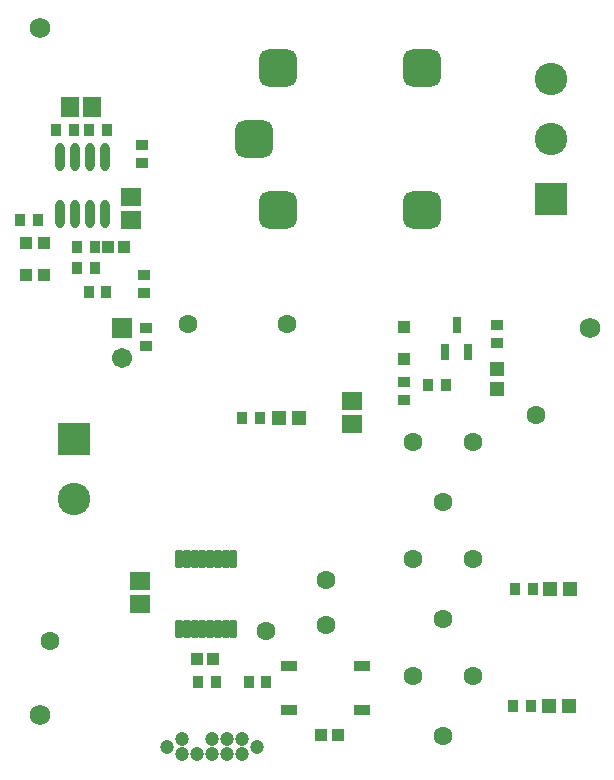
<source format=gts>
G04*
G04 #@! TF.GenerationSoftware,Altium Limited,Altium Designer,21.6.1 (37)*
G04*
G04 Layer_Color=8388736*
%FSLAX25Y25*%
%MOIN*%
G70*
G04*
G04 #@! TF.SameCoordinates,52293247-6156-4BB5-AEA0-72ABDA420298*
G04*
G04*
G04 #@! TF.FilePolarity,Negative*
G04*
G01*
G75*
%ADD23R,0.03556X0.04343*%
%ADD24R,0.05131X0.04737*%
%ADD25R,0.05918X0.06706*%
%ADD26C,0.04737*%
%ADD27R,0.04343X0.04343*%
%ADD28R,0.04343X0.03556*%
%ADD29O,0.03162X0.09461*%
G04:AMPARAMS|DCode=30|XSize=25.72mil|YSize=63.12mil|CornerRadius=5.95mil|HoleSize=0mil|Usage=FLASHONLY|Rotation=180.000|XOffset=0mil|YOffset=0mil|HoleType=Round|Shape=RoundedRectangle|*
%AMROUNDEDRECTD30*
21,1,0.02572,0.05122,0,0,180.0*
21,1,0.01382,0.06312,0,0,180.0*
1,1,0.01190,-0.00691,0.02561*
1,1,0.01190,0.00691,0.02561*
1,1,0.01190,0.00691,-0.02561*
1,1,0.01190,-0.00691,-0.02561*
%
%ADD30ROUNDEDRECTD30*%
%ADD31R,0.06706X0.05918*%
%ADD32R,0.03950X0.04343*%
%ADD33R,0.04737X0.05131*%
%ADD34R,0.03162X0.05328*%
%ADD35R,0.05524X0.03800*%
%ADD36C,0.06312*%
%ADD37R,0.06706X0.06706*%
%ADD38C,0.06706*%
%ADD39C,0.10800*%
%ADD40R,0.10800X0.10800*%
%ADD41C,0.06800*%
G04:AMPARAMS|DCode=42|XSize=126.11mil|YSize=126.11mil|CornerRadius=33.53mil|HoleSize=0mil|Usage=FLASHONLY|Rotation=0.000|XOffset=0mil|YOffset=0mil|HoleType=Round|Shape=RoundedRectangle|*
%AMROUNDEDRECTD42*
21,1,0.12611,0.05906,0,0,0.0*
21,1,0.05906,0.12611,0,0,0.0*
1,1,0.06706,0.02953,-0.02953*
1,1,0.06706,-0.02953,-0.02953*
1,1,0.06706,-0.02953,0.02953*
1,1,0.06706,0.02953,0.02953*
%
%ADD42ROUNDEDRECTD42*%
D23*
X297272Y148000D02*
D03*
X291366D02*
D03*
X292047Y187000D02*
D03*
X297953D02*
D03*
X192224Y156059D02*
D03*
X186319D02*
D03*
X151953Y294000D02*
D03*
X146047D02*
D03*
X150047Y340000D02*
D03*
X151953Y301000D02*
D03*
X146047D02*
D03*
X144953Y340000D02*
D03*
X139047D02*
D03*
X132953Y310000D02*
D03*
X127047D02*
D03*
X155953Y340000D02*
D03*
X268953Y255000D02*
D03*
X263047D02*
D03*
X155861Y286000D02*
D03*
X149956D02*
D03*
X209137Y156059D02*
D03*
X203232D02*
D03*
X206953Y244000D02*
D03*
X201047D02*
D03*
D24*
X310165Y148000D02*
D03*
X303472D02*
D03*
X310347Y187000D02*
D03*
X303654D02*
D03*
X220000Y244000D02*
D03*
X213307D02*
D03*
D25*
X143732Y347878D02*
D03*
X151213D02*
D03*
D26*
X201000Y132000D02*
D03*
X196000D02*
D03*
X191000D02*
D03*
X186000D02*
D03*
X181000D02*
D03*
X191000Y137000D02*
D03*
X196000D02*
D03*
X201000D02*
D03*
X181000D02*
D03*
X176000Y134500D02*
D03*
X206000D02*
D03*
D27*
X254985Y263675D02*
D03*
Y274305D02*
D03*
X135015Y302325D02*
D03*
Y291695D02*
D03*
X128985Y291675D02*
D03*
Y302305D02*
D03*
D28*
X169000Y273953D02*
D03*
Y268047D02*
D03*
X168228Y285853D02*
D03*
Y291758D02*
D03*
X167728Y329047D02*
D03*
Y334953D02*
D03*
X255063Y255953D02*
D03*
Y250047D02*
D03*
X286000Y274953D02*
D03*
Y269047D02*
D03*
D29*
X150370Y331161D02*
D03*
X155370D02*
D03*
X145370D02*
D03*
X140370D02*
D03*
X155370Y312264D02*
D03*
X150370D02*
D03*
X145370D02*
D03*
X140370D02*
D03*
D30*
X185327Y197067D02*
D03*
X190445Y173839D02*
D03*
X193004D02*
D03*
X198122Y197067D02*
D03*
X195563D02*
D03*
X193004D02*
D03*
X190445D02*
D03*
X187886D02*
D03*
X182768D02*
D03*
X180209D02*
D03*
X198122Y173839D02*
D03*
X195563D02*
D03*
X187886D02*
D03*
X185327D02*
D03*
X182768D02*
D03*
X180209D02*
D03*
D31*
X237784Y249740D02*
D03*
Y242260D02*
D03*
X164000Y310260D02*
D03*
Y317740D02*
D03*
X167000Y182260D02*
D03*
Y189740D02*
D03*
D32*
X156244Y301000D02*
D03*
X161756D02*
D03*
X186021Y163850D02*
D03*
X191532D02*
D03*
X233063Y138583D02*
D03*
X227551D02*
D03*
D33*
X286000Y260347D02*
D03*
Y253654D02*
D03*
D34*
X272613Y274972D02*
D03*
X276353Y266114D02*
D03*
X268872D02*
D03*
D35*
X241205Y161382D02*
D03*
Y146618D02*
D03*
X216795D02*
D03*
Y161382D02*
D03*
D36*
X268000Y177000D02*
D03*
X278000Y197000D02*
D03*
X258000D02*
D03*
X268000Y216000D02*
D03*
X278000Y236000D02*
D03*
X258000D02*
D03*
X268000Y138000D02*
D03*
X278000Y158000D02*
D03*
X258000D02*
D03*
X229000Y175000D02*
D03*
Y190000D02*
D03*
X183146Y275500D02*
D03*
X299000Y245000D02*
D03*
X209000Y173000D02*
D03*
X137000Y169832D02*
D03*
X216000Y275500D02*
D03*
D37*
X161000Y274000D02*
D03*
D38*
Y264000D02*
D03*
D39*
X304000Y357000D02*
D03*
Y337000D02*
D03*
X144953Y217000D02*
D03*
D40*
X304000Y317000D02*
D03*
X144953Y237000D02*
D03*
D41*
X317000Y274000D02*
D03*
X133858Y145000D02*
D03*
Y374000D02*
D03*
D42*
X261016Y360622D02*
D03*
Y313378D02*
D03*
X212984Y360622D02*
D03*
Y313378D02*
D03*
X205110Y337000D02*
D03*
M02*

</source>
